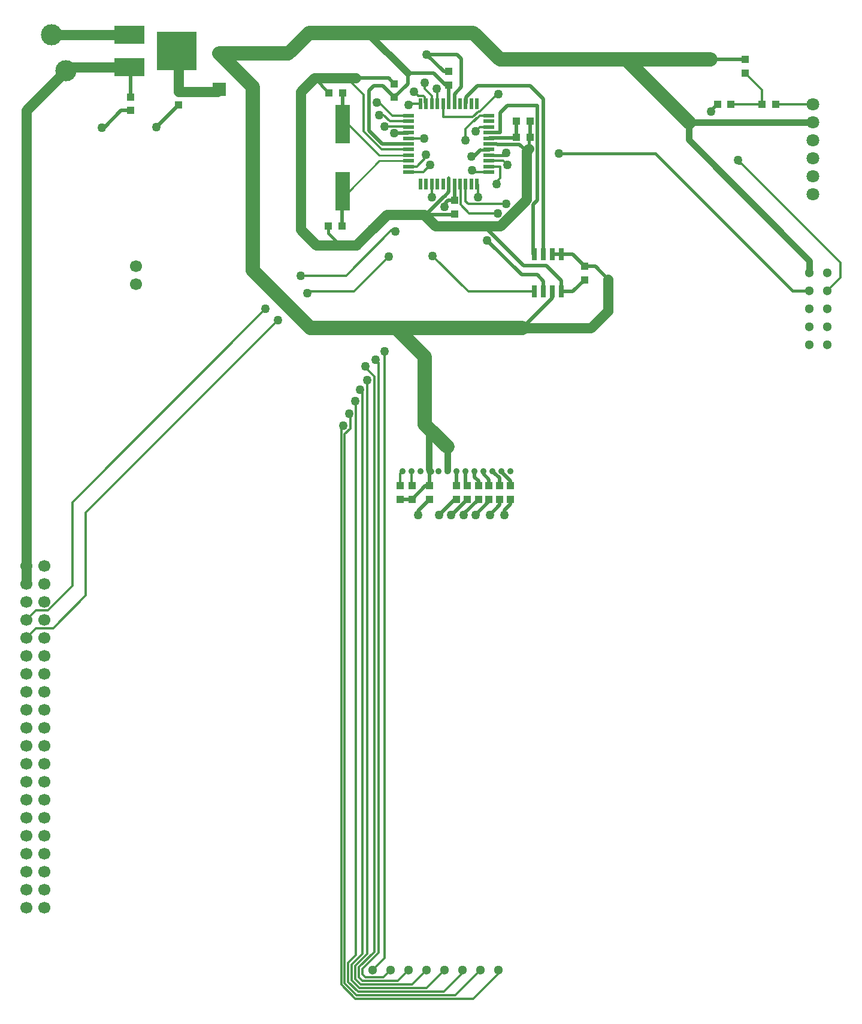
<source format=gtl>
%FSLAX44Y44*%
%MOMM*%
G71*
G01*
G75*
G04 Layer_Physical_Order=1*
G04 Layer_Color=255*
%ADD10R,1.0000X1.0000*%
%ADD11R,1.0000X1.0000*%
%ADD12R,0.5500X1.5000*%
%ADD13R,1.5000X0.5500*%
%ADD14R,2.0000X5.5000*%
%ADD15R,0.7600X1.7800*%
%ADD16R,0.7200X1.7800*%
%ADD17R,4.3000X2.6000*%
%ADD18R,5.7000X5.5000*%
%ADD19C,0.9000*%
%ADD20C,2.0000*%
%ADD21C,1.4000*%
%ADD22C,0.5000*%
%ADD23C,0.3000*%
%ADD24C,0.5400*%
%ADD25C,1.0000*%
%ADD26C,0.4000*%
%ADD27C,0.2540*%
%ADD28R,1.8500X1.8500*%
%ADD29C,1.8500*%
%ADD30C,1.8000*%
%ADD31C,0.9000*%
%ADD32C,1.3000*%
%ADD33C,1.7000*%
%ADD34C,3.0000*%
%ADD35C,1.2700*%
%ADD36C,1.0000*%
D10*
X861000Y1039000D02*
D03*
Y1020000D02*
D03*
X669000Y1295000D02*
D03*
Y1314000D02*
D03*
X1088000Y1331000D02*
D03*
Y1312000D02*
D03*
X642000Y729000D02*
D03*
Y710000D02*
D03*
X756000Y729000D02*
D03*
Y710000D02*
D03*
X741000Y729000D02*
D03*
Y710000D02*
D03*
X726000Y729000D02*
D03*
Y710000D02*
D03*
X711000Y729000D02*
D03*
Y710000D02*
D03*
X695000Y729000D02*
D03*
Y710000D02*
D03*
X680000Y729000D02*
D03*
Y710000D02*
D03*
X617000D02*
D03*
Y729000D02*
D03*
X600000Y710000D02*
D03*
Y729000D02*
D03*
X287000Y1267000D02*
D03*
Y1286000D02*
D03*
X219000Y1259000D02*
D03*
Y1278000D02*
D03*
X592000Y1297000D02*
D03*
Y1278000D02*
D03*
X677000Y1113000D02*
D03*
Y1132000D02*
D03*
D11*
X1068000Y1268000D02*
D03*
X1049000D02*
D03*
X1131000D02*
D03*
X1112000D02*
D03*
X784000Y1244000D02*
D03*
X765000D02*
D03*
X784000Y1221000D02*
D03*
X765000D02*
D03*
X519000Y1284000D02*
D03*
X500000D02*
D03*
X518000Y1096000D02*
D03*
X499000D02*
D03*
D12*
X709000Y1155000D02*
D03*
X701000D02*
D03*
X653000Y1154870D02*
D03*
X693000Y1155000D02*
D03*
X661000D02*
D03*
X669000D02*
D03*
X677000D02*
D03*
X685000D02*
D03*
X645000D02*
D03*
X637000D02*
D03*
X629000D02*
D03*
X709000Y1269000D02*
D03*
X701000D02*
D03*
X653000D02*
D03*
X693000D02*
D03*
X661000D02*
D03*
X669000D02*
D03*
X677000D02*
D03*
X685000D02*
D03*
X645000D02*
D03*
X637000D02*
D03*
X629000D02*
D03*
D13*
X726000Y1172000D02*
D03*
Y1180000D02*
D03*
Y1188000D02*
D03*
Y1228000D02*
D03*
Y1220000D02*
D03*
Y1212000D02*
D03*
Y1204000D02*
D03*
Y1236000D02*
D03*
Y1196000D02*
D03*
Y1244000D02*
D03*
Y1252000D02*
D03*
X612000D02*
D03*
Y1244000D02*
D03*
Y1196000D02*
D03*
Y1236000D02*
D03*
Y1204000D02*
D03*
Y1212000D02*
D03*
Y1220000D02*
D03*
Y1228000D02*
D03*
Y1188000D02*
D03*
Y1180000D02*
D03*
Y1172000D02*
D03*
D14*
X519000Y1145000D02*
D03*
Y1240000D02*
D03*
D15*
X790000Y1055800D02*
D03*
X802700D02*
D03*
X815400D02*
D03*
X828100D02*
D03*
X790000Y1003285D02*
D03*
X802700Y1003280D02*
D03*
X828100D02*
D03*
D16*
X815400D02*
D03*
D17*
X218000Y1366000D02*
D03*
Y1320300D02*
D03*
D18*
X284650Y1343150D02*
D03*
D19*
X1010000Y1242600D02*
X1184000D01*
X641000Y752500D02*
X643500Y750000D01*
X641000Y752500D02*
Y810000D01*
X667000Y750300D02*
Y784000D01*
X1008400Y1217600D02*
Y1242600D01*
X1178750Y1029700D02*
Y1047250D01*
X1008400Y1217600D02*
X1178750Y1047250D01*
D20*
X392000Y1033000D02*
Y1292400D01*
X345000Y1339400D02*
X392000Y1292400D01*
X345000Y1339400D02*
X442400D01*
X635000Y816000D02*
X641000Y810000D01*
X643500Y807500D02*
X667000Y784000D01*
X473000Y952000D02*
X594000D01*
X635000Y816000D02*
Y911000D01*
X594000Y952000D02*
X635000Y911000D01*
X594000Y952000D02*
X626000D01*
X773000D01*
X1037000Y1331000D02*
X1039000D01*
X742000D02*
X1037000D01*
X392000Y1033000D02*
X473000Y952000D01*
X472000Y1369000D02*
X554000D01*
X554000D02*
X704000D01*
X742000Y1331000D01*
X446150Y1343150D02*
X472000Y1369000D01*
X923000Y1328000D02*
X1008400Y1242600D01*
D21*
X287000Y1286000D02*
Y1340800D01*
Y1286000D02*
X342400D01*
X500000Y1305000D02*
X525000D01*
X72300Y1259300D02*
X128000Y1315000D01*
X72300Y616300D02*
Y1259300D01*
Y590900D02*
Y616300D01*
X561501Y1091501D02*
X582000Y1112000D01*
X560652Y1091501D02*
X561501D01*
X538151Y1069000D02*
X560652Y1091501D01*
X582000Y1112000D02*
X634000D01*
X719000Y1096000D02*
X741708D01*
X650000D02*
X719000D01*
X894000Y976000D02*
Y1021000D01*
X870000Y952000D02*
X894000Y976000D01*
X773000Y952000D02*
X870000D01*
X634000Y1112000D02*
X650000Y1096000D01*
X460000Y1091000D02*
X482000Y1069000D01*
X519000Y1240000D02*
X519000Y1240000D01*
X133300Y1320300D02*
X218000D01*
X108000Y1366000D02*
X218000D01*
X482000Y1069000D02*
X538151D01*
X525000Y1305000D02*
X538000D01*
X741708Y1096000D02*
X779000Y1133292D01*
Y1201500D01*
X782500Y1205000D01*
X460000Y1193000D02*
Y1286000D01*
X479000Y1305000D01*
X460000Y1091000D02*
Y1111000D01*
Y1128000D01*
Y1146000D01*
Y1163000D01*
Y1193000D01*
X479000Y1305000D02*
X500000D01*
X494000Y1305000D02*
X512500D01*
D22*
X748000Y688000D02*
Y695000D01*
X756000Y703000D01*
X727000Y688000D02*
X741000Y702000D01*
Y710000D01*
X677000D02*
X680000D01*
X655000Y688000D02*
X677000Y710000D01*
X689500Y688500D02*
X711000Y710000D01*
X726000Y707000D02*
Y710000D01*
X707000Y688000D02*
X726000Y707000D01*
X673000Y688000D02*
X695000Y710000D01*
X672000Y688000D02*
X673000D01*
X662328Y1137672D02*
X662672D01*
X640000Y1115000D02*
Y1115344D01*
X640850Y1112150D02*
X676150D01*
X677000Y1113000D01*
X640000D02*
X640850Y1112150D01*
X640000Y1115344D02*
X662328Y1137672D01*
X663000Y1123000D02*
X663001D01*
X665000Y1124999D01*
Y1129000D01*
X662672Y1137672D02*
X669000Y1144000D01*
X648000Y1312000D02*
X665000Y1295000D01*
X611000Y1312000D02*
X648000D01*
X756000Y703000D02*
Y710000D01*
X669000Y1155000D02*
Y1163614D01*
X626000Y694000D02*
X642000Y710000D01*
X626000Y688000D02*
Y694000D01*
X179000Y1235000D02*
X182000D01*
X206000Y1259000D01*
X219000D01*
X600000Y710000D02*
X617000D01*
X636000Y729000D01*
X642000D01*
X743500Y748500D02*
Y750000D01*
Y748500D02*
X756000Y736000D01*
Y729000D02*
Y736000D01*
X734500Y746272D02*
X739772Y741000D01*
X734500Y746272D02*
Y746300D01*
X739772Y741000D02*
X739800D01*
X741000Y739800D01*
X730800Y750000D02*
X734500Y746300D01*
X711000Y729000D02*
Y736000D01*
X705400Y741600D02*
X711000Y736000D01*
X705400Y741600D02*
Y750000D01*
X726000Y729000D02*
Y738000D01*
X718100Y745900D02*
X726000Y738000D01*
X718100Y745900D02*
Y750000D01*
X641900Y729100D02*
Y750000D01*
X692700Y731300D02*
X695000Y729000D01*
X692700Y731300D02*
Y750000D01*
X680000Y729000D02*
Y750000D01*
X828100Y1003280D02*
Y1018900D01*
X861000Y1039000D02*
X876000D01*
X894000Y1021000D01*
X815400Y1055800D02*
X828100D01*
X773000Y952000D02*
X815400Y994400D01*
Y1003280D01*
X693000Y1269000D02*
X693750Y1269750D01*
Y1278364D01*
X709386Y1294000D01*
X784000D01*
X802700Y1275300D01*
Y1055800D02*
Y1275300D01*
X726000Y1228000D02*
X742000D01*
X828100Y1003280D02*
X844280D01*
X861000Y1020000D01*
X828100Y1055800D02*
X844200D01*
X861000Y1039000D01*
X665000Y1295000D02*
X669000D01*
X611000Y1297000D02*
Y1312000D01*
X592000Y1278000D02*
X611000Y1297000D01*
X592250Y1227250D02*
X611250D01*
X592000Y1227000D02*
X592250Y1227250D01*
X611250D02*
X612000Y1228000D01*
X575000Y1212000D02*
X612000D01*
X556000Y1231000D02*
X575000Y1212000D01*
X726750Y1220750D02*
X765000D01*
Y1221000D01*
Y1244000D01*
X1040000Y1258000D02*
Y1259000D01*
X1049000Y1268000D01*
X1039000Y1331000D02*
X1088000D01*
X638000Y1338000D02*
X681000D01*
X638000D02*
X662000Y1314000D01*
X669000D01*
X681000Y1338000D02*
X687000Y1332000D01*
Y1292000D02*
Y1332000D01*
X677000Y1282000D02*
X687000Y1292000D01*
X677000Y1269000D02*
Y1282000D01*
X669000Y1144000D02*
Y1155000D01*
X256000Y1236000D02*
X287000Y1267000D01*
X518000Y1096000D02*
Y1144000D01*
X519000Y1240000D02*
Y1284000D01*
X219000Y1278000D02*
Y1319300D01*
X677000Y1132000D02*
Y1155000D01*
X669000Y1269000D02*
Y1295000D01*
X556000Y1231000D02*
Y1287000D01*
X563000Y1294000D01*
X576000D01*
X592000Y1278000D01*
X719000Y1096000D02*
X775000Y1040000D01*
X807000D01*
X828100Y1018900D01*
X802700Y1003280D02*
Y1018300D01*
X794000Y1027000D02*
X802700Y1018300D01*
X772000Y1027000D02*
X794000D01*
X723000Y1076000D02*
X772000Y1027000D01*
X701000Y1194000D02*
X704750D01*
X714000Y1203250D01*
X584000Y1305000D02*
X592000Y1297000D01*
X539000Y1305000D02*
X584000D01*
X726000Y1212000D02*
X737000D01*
X742000Y1228000D02*
Y1256000D01*
X752000Y1266000D01*
X794000D01*
Y1132029D02*
Y1266000D01*
X788706Y1126734D02*
X794000Y1132029D01*
X788706Y1055800D02*
Y1126734D01*
X784000Y1221000D02*
Y1244000D01*
X737000Y1212000D02*
X737500Y1211500D01*
X769000D01*
X779000Y1201500D01*
X668000Y1132000D02*
X677000D01*
X665000Y1129000D02*
X668000Y1132000D01*
D23*
X551000Y896000D02*
Y898000D01*
X685500Y1126500D02*
X698000Y1114000D01*
X738000D01*
X710000Y1137000D02*
Y1154000D01*
X709000Y1155000D02*
X710000Y1154000D01*
X635000Y1290000D02*
X645000Y1280000D01*
X635250Y1270750D02*
Y1277950D01*
X633200Y1280000D02*
X635250Y1277950D01*
X626000Y1280000D02*
X633200D01*
X621100Y1284900D02*
X626000Y1280000D01*
X621100Y1284900D02*
X622200Y1286000D01*
X620000D02*
X622200D01*
X645000Y1269000D02*
Y1280000D01*
X635000Y1290000D02*
Y1298000D01*
X678500Y10000D02*
X713500Y45000D01*
X688100Y41100D02*
Y45000D01*
X738900Y39900D02*
Y45000D01*
X567000Y1270000D02*
X571000D01*
X566000Y907000D02*
X570000Y903000D01*
Y70000D02*
Y903000D01*
X542000Y34929D02*
Y49071D01*
X590002Y1087998D02*
X593999D01*
X588000Y1090000D02*
X590002Y1087998D01*
X578000Y61900D02*
Y919000D01*
X561100Y45000D02*
X578000Y61900D01*
X72300Y514700D02*
X85600Y528000D01*
X110000D01*
X156000Y574000D01*
Y691000D01*
X428000Y963000D01*
X72300Y540100D02*
X85200Y553000D01*
X102171D01*
X137000Y587830D01*
Y706000D01*
X410000Y979000D01*
X469000Y1001000D02*
X472000Y1004000D01*
X535000D01*
X584000Y1053000D01*
X460000Y1026000D02*
X524000D01*
X588000Y1090000D01*
X707000Y1230000D02*
X713000Y1236000D01*
X726000D01*
Y1180000D02*
X742000D01*
X600000Y729000D02*
Y746200D01*
X603800Y750000D01*
X616500Y729500D02*
Y750000D01*
X702000Y1175000D02*
X705000Y1172000D01*
X726000D01*
X693000Y1131000D02*
X697002Y1126998D01*
X693000Y1131000D02*
Y1155000D01*
X696715Y1003285D02*
X790000D01*
X646000Y1054000D02*
X696715Y1003285D01*
X645000Y1137000D02*
Y1155000D01*
X653000Y1269000D02*
Y1286997D01*
X635250Y1270750D02*
X637000Y1269000D01*
X612000Y1267000D02*
X614000Y1269000D01*
X629000D01*
X571000Y1270000D02*
X589000Y1252000D01*
X612000D01*
X571000Y1253000D02*
X577000D01*
X586000Y1244000D01*
X612000D01*
X578150Y1236850D02*
X612000D01*
Y1236000D02*
Y1236850D01*
X685500Y1126500D02*
Y1154500D01*
X685000Y1155000D02*
X685500Y1154500D01*
X1068000Y1268000D02*
X1112000D01*
X1088000Y1312000D02*
X1112000Y1288000D01*
Y1268000D02*
Y1288000D01*
X1131000Y1268000D02*
X1184000D01*
X574515Y1204000D02*
X612000D01*
X549000Y1229515D02*
X574515Y1204000D01*
X549000Y1229515D02*
Y1281000D01*
X525000Y1305000D02*
X549000Y1281000D01*
X697002Y1126998D02*
X749998D01*
X787998Y1127441D02*
X789500Y1128943D01*
X737000Y1155000D02*
Y1158999D01*
X742000Y1163999D01*
Y1180000D01*
X726000Y1188000D02*
X746000D01*
X752000Y1182000D01*
X612000Y1172000D02*
X633000D01*
X643000Y1182000D01*
X713000Y1252000D02*
X726000D01*
X693000Y1217000D02*
Y1233000D01*
X708000Y1248000D01*
X705000Y1244000D02*
X713000Y1252000D01*
X661000Y1250000D02*
Y1269000D01*
Y1250000D02*
X702929D01*
X710929Y1258000D01*
X713200D01*
X734600Y1279400D01*
X736400D01*
X739000Y1282000D01*
X612000Y1180000D02*
X624000D01*
X637000Y1193000D01*
Y1197000D01*
X612000Y1220000D02*
X634000D01*
X1204150Y1004300D02*
X1223000Y1023150D01*
X1079000Y1184000D02*
X1083000D01*
X1223000Y1044000D01*
Y1023150D02*
Y1044000D01*
X517000Y811000D02*
X520000Y814000D01*
X529850Y809920D02*
Y829147D01*
X547000Y47000D02*
X570000Y70000D01*
X517000Y24574D02*
Y811000D01*
X553004Y878000D02*
X554000D01*
X522000Y26645D02*
Y802070D01*
X529850Y809920D01*
X551000Y896000D02*
X563850Y883150D01*
X542000Y49071D02*
X563850Y70921D01*
Y883150D01*
X537000Y32858D02*
Y51142D01*
X554000Y68142D01*
Y878000D01*
X532000Y30787D02*
Y53213D01*
X543999Y864998D02*
X547000Y861997D01*
X532000Y53213D02*
X547000Y68213D01*
Y861997D01*
X527000Y28716D02*
Y55284D01*
X536999Y848998D02*
X538002D01*
X527000Y55284D02*
X538002Y66286D01*
Y848998D01*
X547000Y39000D02*
Y47000D01*
X704000Y5000D02*
X738900Y39900D01*
X662000Y15000D02*
X688100Y41100D01*
X637700Y20000D02*
X662700Y45000D01*
X617300Y25000D02*
X637300Y45000D01*
X596900Y30000D02*
X611900Y45000D01*
X517000Y24574D02*
X536574Y5000D01*
X522000Y26645D02*
X538645Y10000D01*
X527000Y28716D02*
X540716Y15000D01*
X532000Y30787D02*
X542787Y20000D01*
X537000Y32858D02*
X544858Y25000D01*
X542000Y34929D02*
X546929Y30000D01*
X536574Y5000D02*
X704000D01*
X538645Y10000D02*
X678500D01*
X540716Y15000D02*
X662000D01*
X542787Y20000D02*
X637700D01*
X544858Y25000D02*
X617300D01*
X546929Y30000D02*
X596900D01*
X576500Y35000D02*
X586500Y45000D01*
X547000Y39000D02*
X551000Y35000D01*
X576500D01*
D24*
X741000Y729000D02*
Y739800D01*
D25*
X554000Y1369000D02*
X611000Y1312000D01*
D26*
X714000Y1203250D02*
X725250D01*
X499000Y1086000D02*
Y1096000D01*
Y1086000D02*
X509000Y1076000D01*
X782500Y1205000D02*
Y1221000D01*
X726000Y1196000D02*
X747000D01*
X750000Y1199000D01*
X825000Y1198000D02*
X961000D01*
X1154700Y1004300D02*
X1178750D01*
X961000Y1198000D02*
X1154700Y1004300D01*
X479000Y1305000D02*
X500000Y1284000D01*
D27*
X519000Y1240000D02*
X527000D01*
X571000Y1196000D01*
X612000D01*
X571000Y1188000D02*
X612000D01*
X528000Y1145000D02*
X571000Y1188000D01*
X519000Y1145000D02*
X528000D01*
D28*
X345000Y1288600D02*
D03*
D29*
Y1339400D02*
D03*
D30*
X1184000Y1268000D02*
D03*
Y1242600D02*
D03*
Y1217200D02*
D03*
Y1191800D02*
D03*
Y1166400D02*
D03*
Y1141000D02*
D03*
D31*
X756200Y750000D02*
D03*
X730800D02*
D03*
X743500D02*
D03*
X718100D02*
D03*
X705400D02*
D03*
X692700D02*
D03*
X680000D02*
D03*
X667300D02*
D03*
X654600D02*
D03*
X641900D02*
D03*
X629200D02*
D03*
X616500D02*
D03*
X603800D02*
D03*
D32*
X586500Y45000D02*
D03*
X688100D02*
D03*
X662700D02*
D03*
X561100D02*
D03*
X611900D02*
D03*
X637300D02*
D03*
X713500D02*
D03*
X738900D02*
D03*
X1178750Y953500D02*
D03*
X1204150D02*
D03*
X1178750Y978900D02*
D03*
X1204150D02*
D03*
Y1004300D02*
D03*
X1178750D02*
D03*
X1204150Y1029700D02*
D03*
X1178750D02*
D03*
X1204150Y928100D02*
D03*
X1178750D02*
D03*
D33*
X97700Y616300D02*
D03*
X72300D02*
D03*
Y590900D02*
D03*
X97700D02*
D03*
X72300Y565500D02*
D03*
X97700D02*
D03*
X72300Y540100D02*
D03*
X97700D02*
D03*
X72300Y514700D02*
D03*
X97700D02*
D03*
X72300Y489300D02*
D03*
X97700D02*
D03*
X72300Y463900D02*
D03*
X97700D02*
D03*
X72300Y438500D02*
D03*
X97700D02*
D03*
X72300Y413100D02*
D03*
X97700D02*
D03*
Y387700D02*
D03*
X72300D02*
D03*
X97700Y362300D02*
D03*
X72300D02*
D03*
X97700Y336900D02*
D03*
X72300D02*
D03*
X97700Y311500D02*
D03*
X72300D02*
D03*
X97700Y286100D02*
D03*
X72300D02*
D03*
X97700Y260700D02*
D03*
X72300D02*
D03*
X97700Y235300D02*
D03*
X72300D02*
D03*
X97700Y209900D02*
D03*
X72300D02*
D03*
X97700Y184500D02*
D03*
X72300D02*
D03*
X97700Y159100D02*
D03*
X72300D02*
D03*
X97700Y133700D02*
D03*
X72300D02*
D03*
X227000Y1013600D02*
D03*
Y1039000D02*
D03*
D34*
X108000Y1366000D02*
D03*
X128000Y1315000D02*
D03*
D35*
X748000Y688000D02*
D03*
X707000D02*
D03*
X690000D02*
D03*
X672000D02*
D03*
X655000D02*
D03*
X551000Y898000D02*
D03*
X663000Y1123000D02*
D03*
X738000Y1114000D02*
D03*
X710000Y1137000D02*
D03*
X620000Y1286000D02*
D03*
X652000Y1290000D02*
D03*
X635000Y1298000D02*
D03*
X626000Y952000D02*
D03*
X727000Y688000D02*
D03*
X782500Y1205000D02*
D03*
X626000Y688000D02*
D03*
X520000Y814000D02*
D03*
X527999Y830998D02*
D03*
X536999Y848998D02*
D03*
X543999Y864998D02*
D03*
X567000Y1270000D02*
D03*
X566000Y907000D02*
D03*
X593999Y1087998D02*
D03*
X578000Y919000D02*
D03*
X428000Y963000D02*
D03*
X410000Y979000D02*
D03*
X179000Y1235000D02*
D03*
X469000Y1001000D02*
D03*
X460000Y1026000D02*
D03*
X584000Y1053000D02*
D03*
X1037000Y1331000D02*
D03*
X707000Y1230000D02*
D03*
X393000Y1193000D02*
D03*
X702000Y1175000D02*
D03*
X646000Y1054000D02*
D03*
X645000Y1137000D02*
D03*
X612000Y1267000D02*
D03*
X571000Y1253000D02*
D03*
X578150Y1236850D02*
D03*
X592000Y1227000D02*
D03*
X256000Y1236000D02*
D03*
X638000Y1338000D02*
D03*
X1040000Y1258000D02*
D03*
X723000Y1076000D02*
D03*
X701000Y1194000D02*
D03*
X749998Y1126998D02*
D03*
X737000Y1155000D02*
D03*
X750000Y1199000D02*
D03*
X752000Y1182000D02*
D03*
X825000Y1198000D02*
D03*
X693000Y1217000D02*
D03*
X643000Y1182000D02*
D03*
X739000Y1282000D02*
D03*
X637000Y1197000D02*
D03*
X634000Y1220000D02*
D03*
X1078000Y1189000D02*
D03*
X554000Y878000D02*
D03*
D36*
X460000Y1111000D02*
D03*
Y1163000D02*
D03*
Y1128000D02*
D03*
Y1146000D02*
D03*
Y1193000D02*
D03*
X486000Y1069000D02*
D03*
X472000Y1080000D02*
D03*
X502000Y1068000D02*
D03*
X460000Y1223000D02*
D03*
Y1237000D02*
D03*
Y1250000D02*
D03*
Y1264000D02*
D03*
X483000Y1304000D02*
D03*
X539000Y1306000D02*
D03*
X471000Y1297000D02*
D03*
X460000Y1210000D02*
D03*
Y1177000D02*
D03*
X461000Y1090000D02*
D03*
X462000Y1288000D02*
D03*
X460000Y1276000D02*
D03*
X525000Y1305000D02*
D03*
X512500Y1305000D02*
D03*
X497000Y1305000D02*
D03*
M02*

</source>
